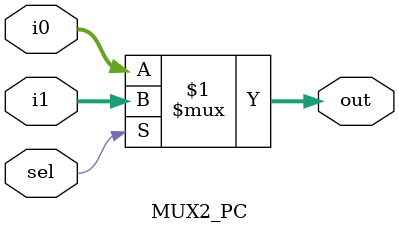
<source format=v>
module MUX2_PC(input [31:0] i0, i1, input sel, output [31:0] out);

assign out = sel ? i1 : i0;

endmodule
</source>
